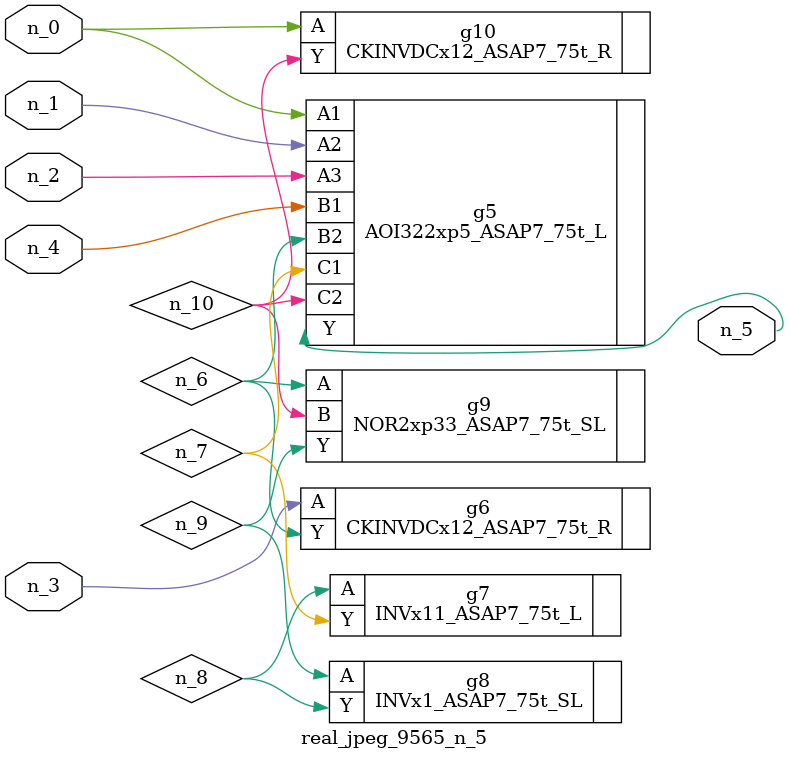
<source format=v>
module real_jpeg_9565_n_5 (n_4, n_0, n_1, n_2, n_3, n_5);

input n_4;
input n_0;
input n_1;
input n_2;
input n_3;

output n_5;

wire n_8;
wire n_6;
wire n_7;
wire n_10;
wire n_9;

AOI322xp5_ASAP7_75t_L g5 ( 
.A1(n_0),
.A2(n_1),
.A3(n_2),
.B1(n_4),
.B2(n_6),
.C1(n_7),
.C2(n_10),
.Y(n_5)
);

CKINVDCx12_ASAP7_75t_R g10 ( 
.A(n_0),
.Y(n_10)
);

CKINVDCx12_ASAP7_75t_R g6 ( 
.A(n_3),
.Y(n_6)
);

NOR2xp33_ASAP7_75t_SL g9 ( 
.A(n_6),
.B(n_10),
.Y(n_9)
);

INVx11_ASAP7_75t_L g7 ( 
.A(n_8),
.Y(n_7)
);

INVx1_ASAP7_75t_SL g8 ( 
.A(n_9),
.Y(n_8)
);


endmodule
</source>
